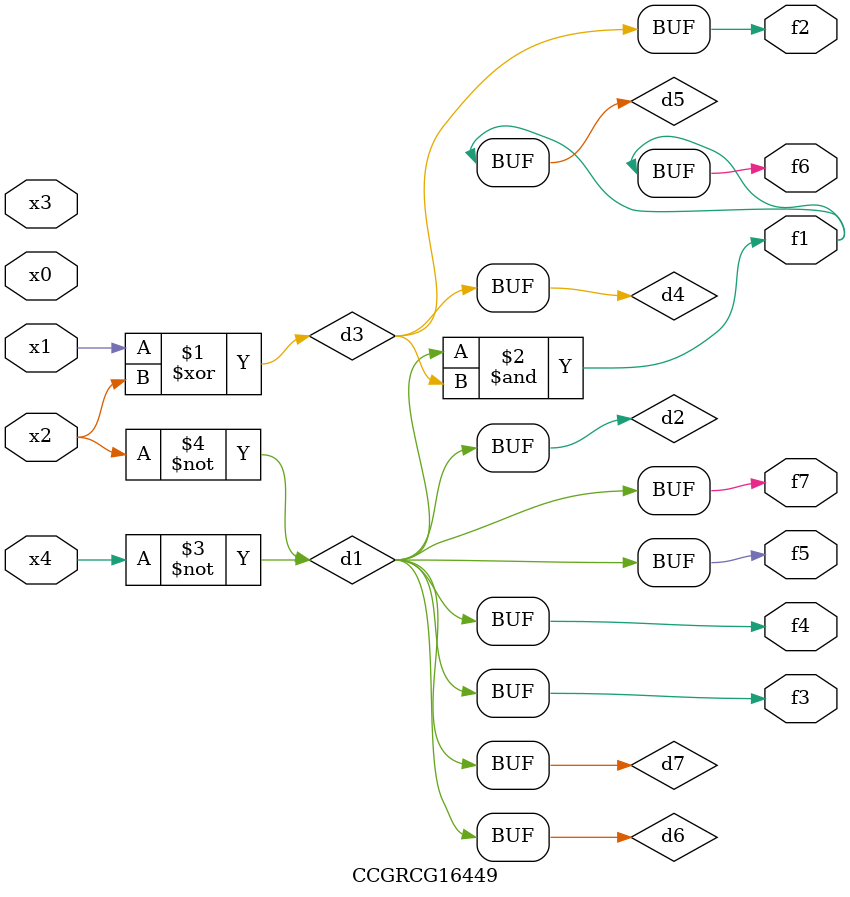
<source format=v>
module CCGRCG16449(
	input x0, x1, x2, x3, x4,
	output f1, f2, f3, f4, f5, f6, f7
);

	wire d1, d2, d3, d4, d5, d6, d7;

	not (d1, x4);
	not (d2, x2);
	xor (d3, x1, x2);
	buf (d4, d3);
	and (d5, d1, d3);
	buf (d6, d1, d2);
	buf (d7, d2);
	assign f1 = d5;
	assign f2 = d4;
	assign f3 = d7;
	assign f4 = d7;
	assign f5 = d7;
	assign f6 = d5;
	assign f7 = d7;
endmodule

</source>
